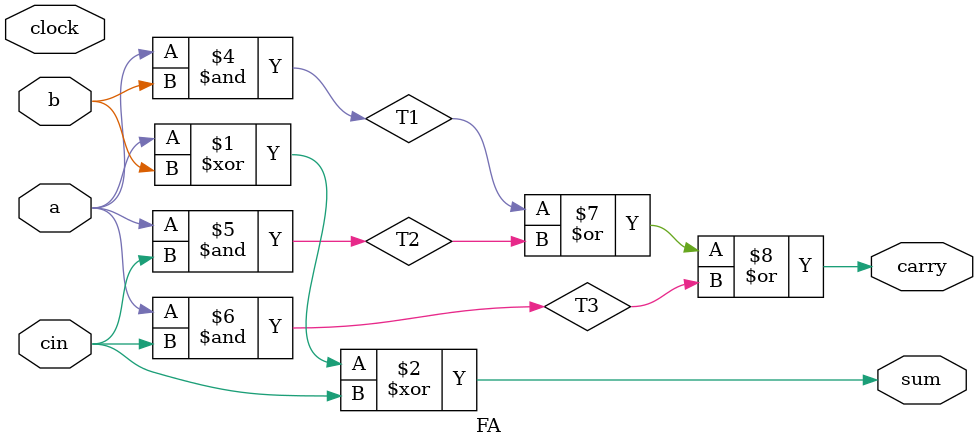
<source format=v>

module FA(a,b,cin,sum,carry,clock);

input a,b,cin,clock;

output sum,carry;

reg T1,T2,T3,carry;

assign sum=a^b^cin;

always @(a or b or cin)

begin

T1=a&b;

T2=a&cin;

T3=a&cin;

carry=T1|T2|T3;

end

endmodule

</source>
